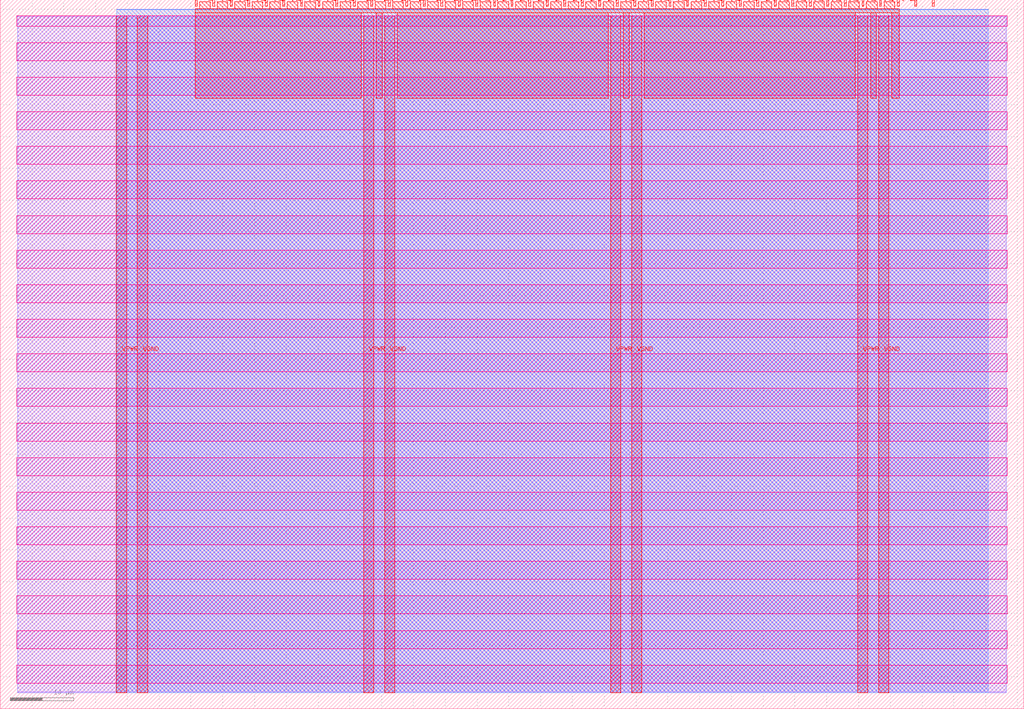
<source format=lef>
VERSION 5.7 ;
  NOWIREEXTENSIONATPIN ON ;
  DIVIDERCHAR "/" ;
  BUSBITCHARS "[]" ;
MACRO tt_um_dmtd_arghunter
  CLASS BLOCK ;
  FOREIGN tt_um_dmtd_arghunter ;
  ORIGIN 0.000 0.000 ;
  SIZE 161.000 BY 111.520 ;
  PIN VGND
    DIRECTION INOUT ;
    USE GROUND ;
    PORT
      LAYER met4 ;
        RECT 21.580 2.480 23.180 109.040 ;
    END
    PORT
      LAYER met4 ;
        RECT 60.450 2.480 62.050 109.040 ;
    END
    PORT
      LAYER met4 ;
        RECT 99.320 2.480 100.920 109.040 ;
    END
    PORT
      LAYER met4 ;
        RECT 138.190 2.480 139.790 109.040 ;
    END
  END VGND
  PIN VPWR
    DIRECTION INOUT ;
    USE POWER ;
    PORT
      LAYER met4 ;
        RECT 18.280 2.480 19.880 109.040 ;
    END
    PORT
      LAYER met4 ;
        RECT 57.150 2.480 58.750 109.040 ;
    END
    PORT
      LAYER met4 ;
        RECT 96.020 2.480 97.620 109.040 ;
    END
    PORT
      LAYER met4 ;
        RECT 134.890 2.480 136.490 109.040 ;
    END
  END VPWR
  PIN clk
    DIRECTION INPUT ;
    USE SIGNAL ;
    PORT
      LAYER met4 ;
        RECT 143.830 110.520 144.130 111.520 ;
    END
  END clk
  PIN ena
    DIRECTION INPUT ;
    USE SIGNAL ;
    PORT
      LAYER met4 ;
        RECT 146.590 110.520 146.890 111.520 ;
    END
  END ena
  PIN rst_n
    DIRECTION INPUT ;
    USE SIGNAL ;
    ANTENNAGATEAREA 0.213000 ;
    PORT
      LAYER met4 ;
        RECT 141.070 110.520 141.370 111.520 ;
    END
  END rst_n
  PIN ui_in[0]
    DIRECTION INPUT ;
    USE SIGNAL ;
    ANTENNAGATEAREA 0.196500 ;
    PORT
      LAYER met4 ;
        RECT 138.310 110.520 138.610 111.520 ;
    END
  END ui_in[0]
  PIN ui_in[1]
    DIRECTION INPUT ;
    USE SIGNAL ;
    ANTENNAGATEAREA 0.196500 ;
    PORT
      LAYER met4 ;
        RECT 135.550 110.520 135.850 111.520 ;
    END
  END ui_in[1]
  PIN ui_in[2]
    DIRECTION INPUT ;
    USE SIGNAL ;
    ANTENNAGATEAREA 0.196500 ;
    PORT
      LAYER met4 ;
        RECT 132.790 110.520 133.090 111.520 ;
    END
  END ui_in[2]
  PIN ui_in[3]
    DIRECTION INPUT ;
    USE SIGNAL ;
    PORT
      LAYER met4 ;
        RECT 130.030 110.520 130.330 111.520 ;
    END
  END ui_in[3]
  PIN ui_in[4]
    DIRECTION INPUT ;
    USE SIGNAL ;
    PORT
      LAYER met4 ;
        RECT 127.270 110.520 127.570 111.520 ;
    END
  END ui_in[4]
  PIN ui_in[5]
    DIRECTION INPUT ;
    USE SIGNAL ;
    PORT
      LAYER met4 ;
        RECT 124.510 110.520 124.810 111.520 ;
    END
  END ui_in[5]
  PIN ui_in[6]
    DIRECTION INPUT ;
    USE SIGNAL ;
    PORT
      LAYER met4 ;
        RECT 121.750 110.520 122.050 111.520 ;
    END
  END ui_in[6]
  PIN ui_in[7]
    DIRECTION INPUT ;
    USE SIGNAL ;
    PORT
      LAYER met4 ;
        RECT 118.990 110.520 119.290 111.520 ;
    END
  END ui_in[7]
  PIN uio_in[0]
    DIRECTION INPUT ;
    USE SIGNAL ;
    PORT
      LAYER met4 ;
        RECT 116.230 110.520 116.530 111.520 ;
    END
  END uio_in[0]
  PIN uio_in[1]
    DIRECTION INPUT ;
    USE SIGNAL ;
    PORT
      LAYER met4 ;
        RECT 113.470 110.520 113.770 111.520 ;
    END
  END uio_in[1]
  PIN uio_in[2]
    DIRECTION INPUT ;
    USE SIGNAL ;
    PORT
      LAYER met4 ;
        RECT 110.710 110.520 111.010 111.520 ;
    END
  END uio_in[2]
  PIN uio_in[3]
    DIRECTION INPUT ;
    USE SIGNAL ;
    PORT
      LAYER met4 ;
        RECT 107.950 110.520 108.250 111.520 ;
    END
  END uio_in[3]
  PIN uio_in[4]
    DIRECTION INPUT ;
    USE SIGNAL ;
    PORT
      LAYER met4 ;
        RECT 105.190 110.520 105.490 111.520 ;
    END
  END uio_in[4]
  PIN uio_in[5]
    DIRECTION INPUT ;
    USE SIGNAL ;
    PORT
      LAYER met4 ;
        RECT 102.430 110.520 102.730 111.520 ;
    END
  END uio_in[5]
  PIN uio_in[6]
    DIRECTION INPUT ;
    USE SIGNAL ;
    PORT
      LAYER met4 ;
        RECT 99.670 110.520 99.970 111.520 ;
    END
  END uio_in[6]
  PIN uio_in[7]
    DIRECTION INPUT ;
    USE SIGNAL ;
    PORT
      LAYER met4 ;
        RECT 96.910 110.520 97.210 111.520 ;
    END
  END uio_in[7]
  PIN uio_oe[0]
    DIRECTION OUTPUT ;
    USE SIGNAL ;
    ANTENNADIFFAREA 0.445500 ;
    PORT
      LAYER met4 ;
        RECT 49.990 110.520 50.290 111.520 ;
    END
  END uio_oe[0]
  PIN uio_oe[1]
    DIRECTION OUTPUT ;
    USE SIGNAL ;
    ANTENNADIFFAREA 0.445500 ;
    PORT
      LAYER met4 ;
        RECT 47.230 110.520 47.530 111.520 ;
    END
  END uio_oe[1]
  PIN uio_oe[2]
    DIRECTION OUTPUT ;
    USE SIGNAL ;
    ANTENNADIFFAREA 0.445500 ;
    PORT
      LAYER met4 ;
        RECT 44.470 110.520 44.770 111.520 ;
    END
  END uio_oe[2]
  PIN uio_oe[3]
    DIRECTION OUTPUT ;
    USE SIGNAL ;
    ANTENNADIFFAREA 0.445500 ;
    PORT
      LAYER met4 ;
        RECT 41.710 110.520 42.010 111.520 ;
    END
  END uio_oe[3]
  PIN uio_oe[4]
    DIRECTION OUTPUT ;
    USE SIGNAL ;
    ANTENNADIFFAREA 0.445500 ;
    PORT
      LAYER met4 ;
        RECT 38.950 110.520 39.250 111.520 ;
    END
  END uio_oe[4]
  PIN uio_oe[5]
    DIRECTION OUTPUT ;
    USE SIGNAL ;
    ANTENNADIFFAREA 0.445500 ;
    PORT
      LAYER met4 ;
        RECT 36.190 110.520 36.490 111.520 ;
    END
  END uio_oe[5]
  PIN uio_oe[6]
    DIRECTION OUTPUT ;
    USE SIGNAL ;
    ANTENNADIFFAREA 0.445500 ;
    PORT
      LAYER met4 ;
        RECT 33.430 110.520 33.730 111.520 ;
    END
  END uio_oe[6]
  PIN uio_oe[7]
    DIRECTION OUTPUT ;
    USE SIGNAL ;
    ANTENNADIFFAREA 0.445500 ;
    PORT
      LAYER met4 ;
        RECT 30.670 110.520 30.970 111.520 ;
    END
  END uio_oe[7]
  PIN uio_out[0]
    DIRECTION OUTPUT ;
    USE SIGNAL ;
    ANTENNADIFFAREA 0.445500 ;
    PORT
      LAYER met4 ;
        RECT 72.070 110.520 72.370 111.520 ;
    END
  END uio_out[0]
  PIN uio_out[1]
    DIRECTION OUTPUT ;
    USE SIGNAL ;
    ANTENNADIFFAREA 0.445500 ;
    PORT
      LAYER met4 ;
        RECT 69.310 110.520 69.610 111.520 ;
    END
  END uio_out[1]
  PIN uio_out[2]
    DIRECTION OUTPUT ;
    USE SIGNAL ;
    ANTENNADIFFAREA 0.445500 ;
    PORT
      LAYER met4 ;
        RECT 66.550 110.520 66.850 111.520 ;
    END
  END uio_out[2]
  PIN uio_out[3]
    DIRECTION OUTPUT ;
    USE SIGNAL ;
    ANTENNADIFFAREA 0.445500 ;
    PORT
      LAYER met4 ;
        RECT 63.790 110.520 64.090 111.520 ;
    END
  END uio_out[3]
  PIN uio_out[4]
    DIRECTION OUTPUT ;
    USE SIGNAL ;
    ANTENNADIFFAREA 0.445500 ;
    PORT
      LAYER met4 ;
        RECT 61.030 110.520 61.330 111.520 ;
    END
  END uio_out[4]
  PIN uio_out[5]
    DIRECTION OUTPUT ;
    USE SIGNAL ;
    ANTENNADIFFAREA 0.445500 ;
    PORT
      LAYER met4 ;
        RECT 58.270 110.520 58.570 111.520 ;
    END
  END uio_out[5]
  PIN uio_out[6]
    DIRECTION OUTPUT ;
    USE SIGNAL ;
    ANTENNADIFFAREA 0.445500 ;
    PORT
      LAYER met4 ;
        RECT 55.510 110.520 55.810 111.520 ;
    END
  END uio_out[6]
  PIN uio_out[7]
    DIRECTION OUTPUT ;
    USE SIGNAL ;
    ANTENNADIFFAREA 0.445500 ;
    PORT
      LAYER met4 ;
        RECT 52.750 110.520 53.050 111.520 ;
    END
  END uio_out[7]
  PIN uo_out[0]
    DIRECTION OUTPUT ;
    USE SIGNAL ;
    ANTENNADIFFAREA 0.795200 ;
    PORT
      LAYER met4 ;
        RECT 94.150 110.520 94.450 111.520 ;
    END
  END uo_out[0]
  PIN uo_out[1]
    DIRECTION OUTPUT ;
    USE SIGNAL ;
    ANTENNADIFFAREA 0.445500 ;
    PORT
      LAYER met4 ;
        RECT 91.390 110.520 91.690 111.520 ;
    END
  END uo_out[1]
  PIN uo_out[2]
    DIRECTION OUTPUT ;
    USE SIGNAL ;
    ANTENNADIFFAREA 0.445500 ;
    PORT
      LAYER met4 ;
        RECT 88.630 110.520 88.930 111.520 ;
    END
  END uo_out[2]
  PIN uo_out[3]
    DIRECTION OUTPUT ;
    USE SIGNAL ;
    ANTENNADIFFAREA 0.445500 ;
    PORT
      LAYER met4 ;
        RECT 85.870 110.520 86.170 111.520 ;
    END
  END uo_out[3]
  PIN uo_out[4]
    DIRECTION OUTPUT ;
    USE SIGNAL ;
    ANTENNADIFFAREA 0.445500 ;
    PORT
      LAYER met4 ;
        RECT 83.110 110.520 83.410 111.520 ;
    END
  END uo_out[4]
  PIN uo_out[5]
    DIRECTION OUTPUT ;
    USE SIGNAL ;
    ANTENNADIFFAREA 0.445500 ;
    PORT
      LAYER met4 ;
        RECT 80.350 110.520 80.650 111.520 ;
    END
  END uo_out[5]
  PIN uo_out[6]
    DIRECTION OUTPUT ;
    USE SIGNAL ;
    ANTENNADIFFAREA 0.445500 ;
    PORT
      LAYER met4 ;
        RECT 77.590 110.520 77.890 111.520 ;
    END
  END uo_out[6]
  PIN uo_out[7]
    DIRECTION OUTPUT ;
    USE SIGNAL ;
    ANTENNADIFFAREA 0.445500 ;
    PORT
      LAYER met4 ;
        RECT 74.830 110.520 75.130 111.520 ;
    END
  END uo_out[7]
  OBS
      LAYER nwell ;
        RECT 2.570 107.385 158.430 108.990 ;
        RECT 2.570 101.945 158.430 104.775 ;
        RECT 2.570 96.505 158.430 99.335 ;
        RECT 2.570 91.065 158.430 93.895 ;
        RECT 2.570 85.625 158.430 88.455 ;
        RECT 2.570 80.185 158.430 83.015 ;
        RECT 2.570 74.745 158.430 77.575 ;
        RECT 2.570 69.305 158.430 72.135 ;
        RECT 2.570 63.865 158.430 66.695 ;
        RECT 2.570 58.425 158.430 61.255 ;
        RECT 2.570 52.985 158.430 55.815 ;
        RECT 2.570 47.545 158.430 50.375 ;
        RECT 2.570 42.105 158.430 44.935 ;
        RECT 2.570 36.665 158.430 39.495 ;
        RECT 2.570 31.225 158.430 34.055 ;
        RECT 2.570 25.785 158.430 28.615 ;
        RECT 2.570 20.345 158.430 23.175 ;
        RECT 2.570 14.905 158.430 17.735 ;
        RECT 2.570 9.465 158.430 12.295 ;
        RECT 2.570 4.025 158.430 6.855 ;
      LAYER li1 ;
        RECT 2.760 2.635 158.240 108.885 ;
      LAYER met1 ;
        RECT 2.760 2.480 158.240 109.040 ;
      LAYER met2 ;
        RECT 18.310 2.535 155.390 110.005 ;
      LAYER met3 ;
        RECT 18.290 2.555 155.415 109.985 ;
      LAYER met4 ;
        RECT 31.370 110.120 33.030 111.170 ;
        RECT 34.130 110.120 35.790 111.170 ;
        RECT 36.890 110.120 38.550 111.170 ;
        RECT 39.650 110.120 41.310 111.170 ;
        RECT 42.410 110.120 44.070 111.170 ;
        RECT 45.170 110.120 46.830 111.170 ;
        RECT 47.930 110.120 49.590 111.170 ;
        RECT 50.690 110.120 52.350 111.170 ;
        RECT 53.450 110.120 55.110 111.170 ;
        RECT 56.210 110.120 57.870 111.170 ;
        RECT 58.970 110.120 60.630 111.170 ;
        RECT 61.730 110.120 63.390 111.170 ;
        RECT 64.490 110.120 66.150 111.170 ;
        RECT 67.250 110.120 68.910 111.170 ;
        RECT 70.010 110.120 71.670 111.170 ;
        RECT 72.770 110.120 74.430 111.170 ;
        RECT 75.530 110.120 77.190 111.170 ;
        RECT 78.290 110.120 79.950 111.170 ;
        RECT 81.050 110.120 82.710 111.170 ;
        RECT 83.810 110.120 85.470 111.170 ;
        RECT 86.570 110.120 88.230 111.170 ;
        RECT 89.330 110.120 90.990 111.170 ;
        RECT 92.090 110.120 93.750 111.170 ;
        RECT 94.850 110.120 96.510 111.170 ;
        RECT 97.610 110.120 99.270 111.170 ;
        RECT 100.370 110.120 102.030 111.170 ;
        RECT 103.130 110.120 104.790 111.170 ;
        RECT 105.890 110.120 107.550 111.170 ;
        RECT 108.650 110.120 110.310 111.170 ;
        RECT 111.410 110.120 113.070 111.170 ;
        RECT 114.170 110.120 115.830 111.170 ;
        RECT 116.930 110.120 118.590 111.170 ;
        RECT 119.690 110.120 121.350 111.170 ;
        RECT 122.450 110.120 124.110 111.170 ;
        RECT 125.210 110.120 126.870 111.170 ;
        RECT 127.970 110.120 129.630 111.170 ;
        RECT 130.730 110.120 132.390 111.170 ;
        RECT 133.490 110.120 135.150 111.170 ;
        RECT 136.250 110.120 137.910 111.170 ;
        RECT 139.010 110.120 140.670 111.170 ;
        RECT 30.655 109.440 141.385 110.120 ;
        RECT 30.655 96.055 56.750 109.440 ;
        RECT 59.150 96.055 60.050 109.440 ;
        RECT 62.450 96.055 95.620 109.440 ;
        RECT 98.020 96.055 98.920 109.440 ;
        RECT 101.320 96.055 134.490 109.440 ;
        RECT 136.890 96.055 137.790 109.440 ;
        RECT 140.190 96.055 141.385 109.440 ;
  END
END tt_um_dmtd_arghunter
END LIBRARY


</source>
